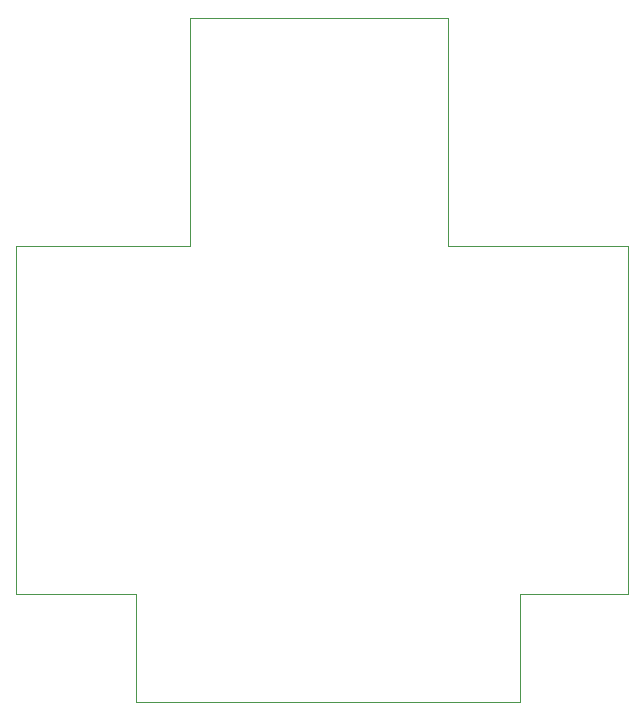
<source format=gbr>
%TF.GenerationSoftware,KiCad,Pcbnew,8.0.2*%
%TF.CreationDate,2024-08-10T15:59:04+02:00*%
%TF.ProjectId,p2000m-mda-interface,70323030-306d-42d6-9d64-612d696e7465,rev?*%
%TF.SameCoordinates,Original*%
%TF.FileFunction,Profile,NP*%
%FSLAX46Y46*%
G04 Gerber Fmt 4.6, Leading zero omitted, Abs format (unit mm)*
G04 Created by KiCad (PCBNEW 8.0.2) date 2024-08-10 15:59:04*
%MOMM*%
%LPD*%
G01*
G04 APERTURE LIST*
%TA.AperFunction,Profile*%
%ADD10C,0.050000*%
%TD*%
G04 APERTURE END LIST*
D10*
X17272000Y-68072000D02*
X17272000Y-38608000D01*
X32004000Y-38608000D02*
X17272000Y-38608000D01*
X32004000Y-19304000D02*
X32004000Y-38608000D01*
X53848000Y-19304000D02*
X32004000Y-19304000D01*
X53848000Y-38608000D02*
X53848000Y-19304000D01*
X69088000Y-38608000D02*
X53848000Y-38608000D01*
X69088000Y-68072000D02*
X69088000Y-38608000D01*
X59944000Y-68072000D02*
X69088000Y-68072000D01*
X59944000Y-77216000D02*
X59944000Y-68072000D01*
X27432000Y-77216000D02*
X59944000Y-77216000D01*
X27432000Y-68072000D02*
X27432000Y-77216000D01*
X17272000Y-68072000D02*
X27432000Y-68072000D01*
M02*

</source>
